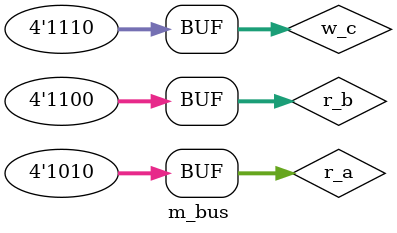
<source format=v>
module m_bus();
  reg [3:0] r_a, r_b;
  wire [3:0] w_c;
  assign w_c = r_a | r_b;
  initial begin
    r_a <= 4'b1010;
    r_b <= 4'b1100;
  end
  always@(*) #1 $display("%3d %b %b %b", $time, r_a, r_b, w_c);
endmodule

</source>
